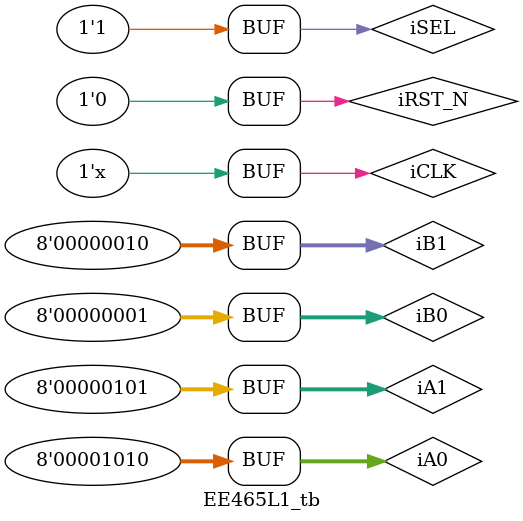
<source format=v>
`timescale 10ns/1ps

module EE465L1_tb();
	reg iCLK, iRST_N, iSEL;
	reg [7:0] iA0;
	reg [7:0] iA1;
	reg [7:0] iB0;
	reg [7:0] iB1;
	wire [16:0] oRESULT;

EE465L1 test(.iCLK(iCLK), .iRST_N(iRST_N), .iSEL(iSEL), .iA0(iA0),
		.iA1(iA1), .iB0(iB0), .iB1(iB1), .oRESULT(oRESULT));
initial begin
	iRST_N =0;
	iSEL =0;
	iCLK =0;
	iA0 =0;
	iA1 =0;
	iB0 =0;
	iB1 =0;


	#10 iA0=100;
	#10 iA1=50;
	#10 iB0=10;
	#10 iB1=20;

	#50 iSEL=1;
	
	#50 iA0=0;
	#10 iA1=10;
	#10 iB0=0;
	#10 iB1=10;

	#100 iSEL=0;

	#10 iA0=10;
	#10 iA1=5;
	#10 iB0=1;
	#10 iB1=2;

	#50 iSEL=1;


end
always #1 iCLK = ~ iCLK;		

endmodule



</source>
